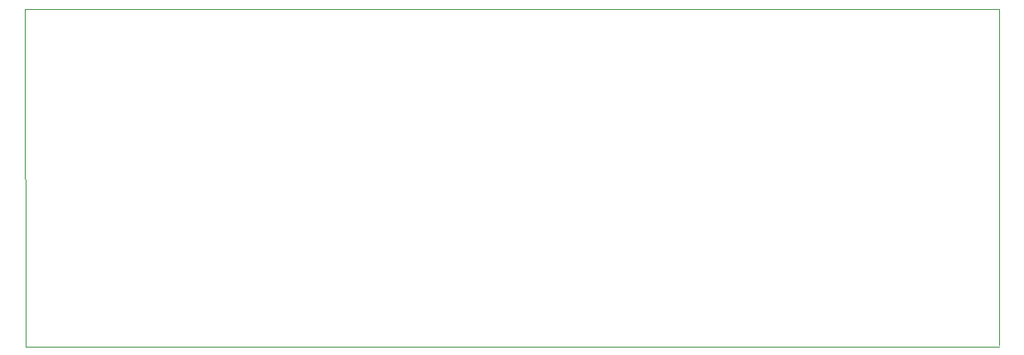
<source format=gko>
%FSTAX24Y24*%
%MOIN*%
%IN ServoBoardSlim.GKO *%
%ADD10C,0.0010*%
D10*X0001Y0001D02*G01X0393D01*X00005Y0137D02*X0001Y0001D01*
X0393Y0137D02*X00005D01*X0393Y00015D02*Y0137D01*
M02*
</source>
